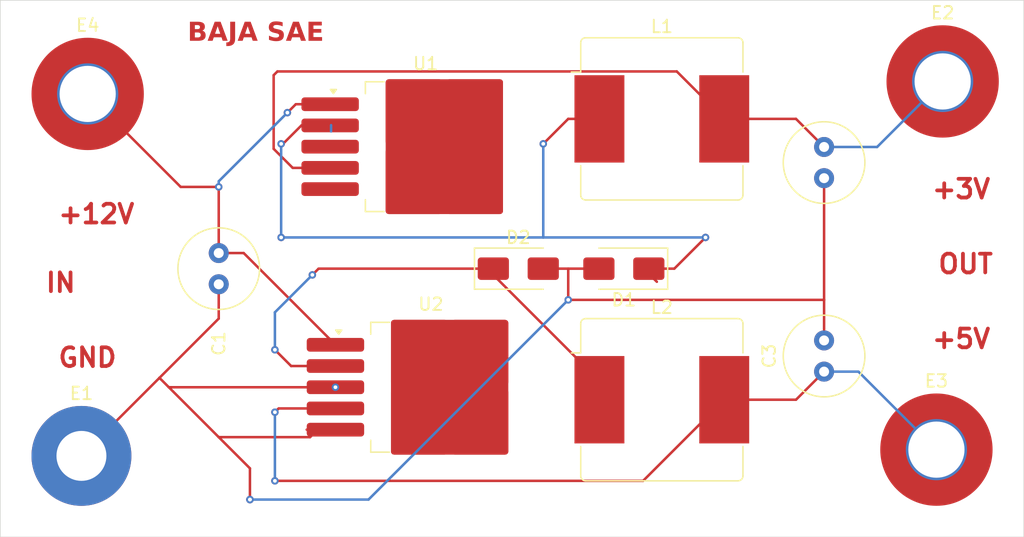
<source format=kicad_pcb>
(kicad_pcb (version 20240108) (generator "pcbnew") (generator_version "8.0")
  (layers (0 "F.Cu" signal) (31 "B.Cu" signal) (34 "B.Paste" user) (35 "F.Paste" user) (36 "B.SilkS" user "B.Silkscreen") (37 "F.SilkS" user "F.Silkscreen") (38 "B.Mask" user) (39 "F.Mask" user) (44 "Edge.Cuts" user))
  (net 0 "")
  (net 1 "GND")
  (net 2 "Net-(U1-VIN)")
  (net 3 "Net-(U1-FB)")
  (net 4 "<NO NET>")
  (net 5 "Net-(U2-FB)")
  (net 6 "Net-(D1-K)")
  (net 7 "Net-(D2-K)")
  (footprint "Package_TO_SOT_SMD:TO-263-5_TabPin3" (layer "F.Cu") (at 117 100.5)
    (property "Reference" "U2" (at 0 -6.65 0) (layer "F.SilkS"))
    (property "Value" "LM2596S-5")
    (fp_line (start -4.825 -5.2) (end -4.825 -4.25) (stroke (width 0.12)) (layer "F.SilkS"))
    (fp_line (start -4.825 5.2) (end -4.825 4.25) (stroke (width 0.12)) (layer "F.SilkS"))
    (fp_line (start -3.325 -5.2) (end -4.825 -5.2) (stroke (width 0.12)) (layer "F.SilkS"))
    (fp_line (start -3.325 5.2) (end -4.825 5.2) (stroke (width 0.12)) (layer "F.SilkS"))
    (fp_poly (pts (xy -7.3875 -4.25) (xy -7.6275 -4.58) (xy -7.1475 -4.58) (xy -7.3875 -4.25)) (stroke (width 0.12)) (fill solid) (layer "F.SilkS"))
    (pad "1" smd roundrect (at -7.65 -3.4) (size 4.6 1.1) (layers "F.Cu" "F.Paste" "F.Mask") (roundrect_rratio 0.227273) (net 2 "Net-(U1-VIN)"))
    (pad "2" smd roundrect (at -7.65 -1.7) (size 4.6 1.1) (layers "F.Cu" "F.Paste" "F.Mask") (roundrect_rratio 0.227273) (net 7 "Net-(D2-K)"))
    (pad "3" smd roundrect (at -7.65 0) (size 4.6 1.1) (layers "F.Cu" "F.Paste" "F.Mask") (roundrect_rratio 0.227273) (net 1 "GND"))
    (pad "3" smd roundrect (at -0.925 -2.775) (size 4.55 5.25) (layers "F.Cu" "F.Paste") (roundrect_rratio 0.054945) (net 4 "<NO NET>"))
    (pad "3" smd roundrect (at -0.925 2.775) (size 4.55 5.25) (layers "F.Cu" "F.Paste") (roundrect_rratio 0.054945) (net 4 "<NO NET>"))
    (pad "3" smd roundrect (at 1.5 0) (size 9.4 10.8) (layers "F.Cu" "F.Mask") (roundrect_rratio 0.026596) (net 4 "<NO NET>"))
    (pad "3" smd roundrect (at 3.925 -2.775) (size 4.55 5.25) (layers "F.Cu" "F.Paste") (roundrect_rratio 0.054945) (net 4 "<NO NET>"))
    (pad "3" smd roundrect (at 3.925 2.775) (size 4.55 5.25) (layers "F.Cu" "F.Paste") (roundrect_rratio 0.054945) (net 4 "<NO NET>"))
    (pad "4" smd roundrect (at -7.65 1.7) (size 4.6 1.1) (layers "F.Cu" "F.Paste" "F.Mask") (roundrect_rratio 0.227273) (net 5 "Net-(U2-FB)"))
    (pad "5" smd roundrect (at -7.65 3.4) (size 4.6 1.1) (layers "F.Cu" "F.Paste" "F.Mask") (roundrect_rratio 0.227273) (net 1 "GND"))
  )
  (footprint "Capacitor_THT:C_Radial_D6.3mm_H5.0mm_P2.50mm" (layer "F.Cu") (at 100 89.75 -90)
    (property "Reference" "C1" (at 7.25 0 90) (layer "F.SilkS"))
    (property "Value" "100 uF")
    (fp_circle (center 1.25 0) (end 4.52 0) (stroke (width 0.12)) (fill none) (layer "F.SilkS"))
    (pad "1" thru_hole circle (at 0 0 270) (size 1.6 1.6) (drill 0.8) (layers "*.Cu" "*.Mask") (net 2 "Net-(U1-VIN)"))
    (pad "2" thru_hole circle (at 2.5 0 270) (size 1.6 1.6) (drill 0.8) (layers "*.Cu" "*.Mask") (net 1 "GND"))
  )
  (footprint "Diode_SMD:D_SMA" (layer "F.Cu") (at 124 91)
    (property "Reference" "D2" (at 0 -2.5 0) (layer "F.SilkS"))
    (property "Value" "SS14")
    (fp_line (start -3.51 -1.65) (end -3.51 1.65) (stroke (width 0.12)) (layer "F.SilkS"))
    (fp_line (start -3.51 -1.65) (end 2 -1.65) (stroke (width 0.12)) (layer "F.SilkS"))
    (fp_line (start -3.51 1.65) (end 2 1.65) (stroke (width 0.12)) (layer "F.SilkS"))
    (pad "1" smd roundrect (at -2 0) (size 2.5 1.8) (layers "F.Cu" "F.Paste" "F.Mask") (roundrect_rratio 0.1388888889) (net 7 "Net-(D2-K)"))
    (pad "2" smd roundrect (at 2 0) (size 2.5 1.8) (layers "F.Cu" "F.Paste" "F.Mask") (roundrect_rratio 0.1388888889) (net 1 "GND"))
  )
  (footprint "MountingHole:MountingHole_4.5mm_Pad_TopOnly" (layer "F.Cu") (at 89.5 77)
    (property "Reference" "E4" (at 0 -5.5 0) (layer "F.SilkS"))
    (property "Value" "+12V")
    (pad "1" thru_hole circle (at 0 0) (size 4.9 4.9) (drill 4.5) (layers "*.Cu" "*.Mask") (net 2 "Net-(U1-VIN)"))
    (pad "1" connect circle (at 0 0) (size 9 9) (layers "F.Cu" "F.Mask") (net 2 "Net-(U1-VIN)"))
  )
  (footprint "MountingHole:MountingHole_4.5mm_Pad_TopOnly" (layer "F.Cu") (at 157.5 105.5)
    (property "Reference" "E3" (at 0 -5.5 0) (layer "F.SilkS"))
    (property "Value" "+5V")
    (pad "1" thru_hole circle (at 0 0) (size 4.9 4.9) (drill 4.5) (layers "*.Cu" "*.Mask") (net 5 "Net-(U2-FB)"))
    (pad "1" connect circle (at 0 0) (size 9 9) (layers "F.Cu" "F.Mask") (net 5 "Net-(U2-FB)"))
  )
  (footprint "MountingHole:MountingHole_4mm_Pad_TopBottom" (layer "F.Cu") (at 89 106)
    (property "Reference" "E1" (at 0 -5 0) (layer "F.SilkS"))
    (property "Value" "GND")
    (pad "1" thru_hole circle (at 0 0) (size 4.4 4.4) (drill 4) (layers "*.Cu" "*.Mask") (net 1 "GND"))
    (pad "1" connect circle (at 0 0) (size 8 8) (layers "F.Cu" "F.Mask") (net 1 "GND"))
    (pad "1" connect circle (at 0 0) (size 8 8) (layers "B.Cu" "B.Mask") (net 1 "GND"))
  )
  (footprint "Inductor_SMD:L_Bourns_SRR1208_12.7x12.7mm" (layer "F.Cu") (at 135.5 101.5)
    (property "Reference" "L2" (at 0 -7.4 0) (layer "F.SilkS"))
    (property "Value" "100 uH")
    (fp_line (start -6.5 -6.1) (end -6.5 -3.75) (stroke (width 0.12)) (layer "F.SilkS"))
    (fp_line (start -6.5 -3.75) (end -7.25 -3.75) (stroke (width 0.12)) (layer "F.SilkS"))
    (fp_line (start -6.5 3.75) (end -6.5 6.1) (stroke (width 0.12)) (layer "F.SilkS"))
    (fp_line (start -6.1 -6.5) (end 6.1 -6.5) (stroke (width 0.12)) (layer "F.SilkS"))
    (fp_line (start 6.1 6.5) (end -6.1 6.5) (stroke (width 0.12)) (layer "F.SilkS"))
    (fp_line (start 6.5 -6.1) (end 6.5 -3.75) (stroke (width 0.12)) (layer "F.SilkS"))
    (fp_line (start 6.5 3.75) (end 6.5 6.1) (stroke (width 0.12)) (layer "F.SilkS"))
    (fp_arc (start -6.5 -6.1) (mid -6.382843 -6.382843) (end -6.1 -6.5) (stroke (width 0.12)) (layer "F.SilkS"))
    (fp_arc (start -6.1 6.5) (mid -6.382843 6.382843) (end -6.5 6.1) (stroke (width 0.12)) (layer "F.SilkS"))
    (fp_arc (start 6.1 -6.5) (mid 6.382843 -6.382843) (end 6.5 -6.1) (stroke (width 0.12)) (layer "F.SilkS"))
    (fp_arc (start 6.5 6.1) (mid 6.382843 6.382843) (end 6.1 6.5) (stroke (width 0.12)) (layer "F.SilkS"))
    (pad "1" smd rect (at -5 0) (size 4 7) (layers "F.Cu" "F.Paste" "F.Mask") (net 7 "Net-(D2-K)"))
    (pad "2" smd rect (at 5 0) (size 4 7) (layers "F.Cu" "F.Paste" "F.Mask") (net 5 "Net-(U2-FB)"))
  )
  (footprint "Capacitor_THT:C_Radial_D6.3mm_H5.0mm_P2.50mm" (layer "F.Cu") (at 148.5 99.25 90)
    (property "Reference" "C3" (at 1.25 -4.4 90) (layer "F.SilkS"))
    (property "Value" "220 uF")
    (fp_circle (center 1.25 0) (end 4.52 0) (stroke (width 0.12)) (fill none) (layer "F.SilkS"))
    (pad "1" thru_hole circle (at 0 0 90) (size 1.6 1.6) (drill 0.8) (layers "*.Cu" "*.Mask") (net 5 "Net-(U2-FB)"))
    (pad "2" thru_hole circle (at 2.5 0 90) (size 1.6 1.6) (drill 0.8) (layers "*.Cu" "*.Mask") (net 1 "GND"))
  )
  (footprint "Inductor_SMD:L_Bourns_SRR1208_12.7x12.7mm" (layer "F.Cu") (at 135.5 79)
    (property "Reference" "L1" (at 0 -7.4 0) (layer "F.SilkS"))
    (property "Value" "33 uH")
    (fp_line (start -6.5 -6.1) (end -6.5 -3.75) (stroke (width 0.12)) (layer "F.SilkS"))
    (fp_line (start -6.5 -3.75) (end -7.25 -3.75) (stroke (width 0.12)) (layer "F.SilkS"))
    (fp_line (start -6.5 3.75) (end -6.5 6.1) (stroke (width 0.12)) (layer "F.SilkS"))
    (fp_line (start -6.1 -6.5) (end 6.1 -6.5) (stroke (width 0.12)) (layer "F.SilkS"))
    (fp_line (start 6.1 6.5) (end -6.1 6.5) (stroke (width 0.12)) (layer "F.SilkS"))
    (fp_line (start 6.5 -6.1) (end 6.5 -3.75) (stroke (width 0.12)) (layer "F.SilkS"))
    (fp_line (start 6.5 3.75) (end 6.5 6.1) (stroke (width 0.12)) (layer "F.SilkS"))
    (fp_arc (start -6.5 -6.1) (mid -6.382843 -6.382843) (end -6.1 -6.5) (stroke (width 0.12)) (layer "F.SilkS"))
    (fp_arc (start -6.1 6.5) (mid -6.382843 6.382843) (end -6.5 6.1) (stroke (width 0.12)) (layer "F.SilkS"))
    (fp_arc (start 6.1 -6.5) (mid 6.382843 -6.382843) (end 6.5 -6.1) (stroke (width 0.12)) (layer "F.SilkS"))
    (fp_arc (start 6.5 6.1) (mid 6.382843 6.382843) (end 6.1 6.5) (stroke (width 0.12)) (layer "F.SilkS"))
    (pad "1" smd rect (at -5 0) (size 4 7) (layers "F.Cu" "F.Paste" "F.Mask") (net 6 "Net-(D1-K)"))
    (pad "2" smd rect (at 5 0) (size 4 7) (layers "F.Cu" "F.Paste" "F.Mask") (net 3 "Net-(U1-FB)"))
  )
  (footprint "Package_TO_SOT_SMD:TO-263-5_TabPin3" (layer "F.Cu") (at 116.575 81.225)
    (property "Reference" "U1" (at 0 -6.65 0) (layer "F.SilkS"))
    (property "Value" "LM2596S-3.3")
    (fp_line (start -4.825 -5.2) (end -4.825 -4.25) (stroke (width 0.12)) (layer "F.SilkS"))
    (fp_line (start -4.825 5.2) (end -4.825 4.25) (stroke (width 0.12)) (layer "F.SilkS"))
    (fp_line (start -3.325 -5.2) (end -4.825 -5.2) (stroke (width 0.12)) (layer "F.SilkS"))
    (fp_line (start -3.325 5.2) (end -4.825 5.2) (stroke (width 0.12)) (layer "F.SilkS"))
    (fp_poly (pts (xy -7.3875 -4.25) (xy -7.6275 -4.58) (xy -7.1475 -4.58) (xy -7.3875 -4.25)) (stroke (width 0.12)) (fill solid) (layer "F.SilkS"))
    (pad "1" smd roundrect (at -7.65 -3.4) (size 4.6 1.1) (layers "F.Cu" "F.Paste" "F.Mask") (roundrect_rratio 0.227273) (net 2 "Net-(U1-VIN)"))
    (pad "2" smd roundrect (at -7.65 -1.7) (size 4.6 1.1) (layers "F.Cu" "F.Paste" "F.Mask") (roundrect_rratio 0.227273) (net 6 "Net-(D1-K)"))
    (pad "3" smd roundrect (at -7.65 0) (size 4.6 1.1) (layers "F.Cu" "F.Paste" "F.Mask") (roundrect_rratio 0.227273) (net 1 "GND"))
    (pad "3" smd roundrect (at -0.925 -2.775) (size 4.55 5.25) (layers "F.Cu" "F.Paste") (roundrect_rratio 0.054945) (net 4 "<NO NET>"))
    (pad "3" smd roundrect (at -0.925 2.775) (size 4.55 5.25) (layers "F.Cu" "F.Paste") (roundrect_rratio 0.054945) (net 4 "<NO NET>"))
    (pad "3" smd roundrect (at 1.5 0) (size 9.4 10.8) (layers "F.Cu" "F.Mask") (roundrect_rratio 0.026596) (net 1 "GND"))
    (pad "3" smd roundrect (at 3.925 -2.775) (size 4.55 5.25) (layers "F.Cu" "F.Paste") (roundrect_rratio 0.054945) (net 4 "<NO NET>"))
    (pad "3" smd roundrect (at 3.925 2.775) (size 4.55 5.25) (layers "F.Cu" "F.Paste") (roundrect_rratio 0.054945) (net 4 "<NO NET>"))
    (pad "4" smd roundrect (at -7.65 1.7) (size 4.6 1.1) (layers "F.Cu" "F.Paste" "F.Mask") (roundrect_rratio 0.227273) (net 3 "Net-(U1-FB)"))
    (pad "5" smd roundrect (at -7.65 3.4) (size 4.6 1.1) (layers "F.Cu" "F.Paste" "F.Mask") (roundrect_rratio 0.227273) (net 1 "GND"))
  )
  (footprint "MountingHole:MountingHole_4.5mm_Pad_TopOnly" (layer "F.Cu") (at 158 76)
    (property "Reference" "E2" (at 0 -5.5 0) (layer "F.SilkS"))
    (property "Value" "+5V")
    (pad "1" thru_hole circle (at 0 0) (size 4.9 4.9) (drill 4.5) (layers "*.Cu" "*.Mask") (net 3 "Net-(U1-FB)"))
    (pad "1" connect circle (at 0 0) (size 9 9) (layers "F.Cu" "F.Mask") (net 3 "Net-(U1-FB)"))
  )
  (footprint "Diode_SMD:D_SMA" (layer "F.Cu") (at 132.4575 91 180)
    (property "Reference" "D1" (at 0 -2.5 0) (layer "F.SilkS"))
    (property "Value" "SS14")
    (fp_line (start -3.51 1.65) (end 2 1.65) (stroke (width 0.12)) (layer "F.SilkS"))
    (fp_line (start -3.51 -1.65) (end 2 -1.65) (stroke (width 0.12)) (layer "F.SilkS"))
    (fp_line (start -3.51 -1.65) (end -3.51 1.65) (stroke (width 0.12)) (layer "F.SilkS"))
    (pad "1" smd roundrect (at -2 0 180) (size 2.5 1.8) (layers "F.Cu" "F.Paste" "F.Mask") (roundrect_rratio 0.1388888889) (net 6 "Net-(D1-K)"))
    (pad "2" smd roundrect (at 2 0 180) (size 2.5 1.8) (layers "F.Cu" "F.Paste" "F.Mask") (roundrect_rratio 0.1388888889) (net 1 "GND"))
  )
  (footprint "Capacitor_THT:C_Radial_D6.3mm_H5.0mm_P2.50mm" (layer "F.Cu") (at 148.5 81.25 -90)
    (property "Reference" "C2" (hide yes))
    (property "Value" "330 uF")
    (fp_circle (center 1.25 0) (end 4.52 0) (stroke (width 0.12)) (fill none) (layer "F.SilkS"))
    (pad "1" thru_hole circle (at 0 0 270) (size 1.6 1.6) (drill 0.8) (layers "*.Cu" "*.Mask") (net 3 "Net-(U1-FB)"))
    (pad "2" thru_hole circle (at 2.5 0 270) (size 1.6 1.6) (drill 0.8) (layers "*.Cu" "*.Mask") (net 1 "GND"))
  )
  (gr_rect (start 82.5 69.5) (end 164.5 112.5) (stroke (width 0.05)) (fill none) (layer "Edge.Cuts"))
  (gr_text "OUT" (at 157.5 91.5 0) (layer "F.Cu") (effects (font (size 1.5 1.5) (thickness 0.3) (bold yes)) (justify left bottom)))
  (gr_text "+5V" (at 157 97.5 0) (layer "F.Cu") (effects (font (size 1.5 1.5) (thickness 0.3) (bold yes)) (justify left bottom)))
  (gr_text "+3V" (at 157 85.5 0) (layer "F.Cu") (effects (font (size 1.5 1.5) (thickness 0.3) (bold yes)) (justify left bottom)))
  (gr_text "BAJA SAE" (at 97.5 73 0) (layer "F.Cu") (effects (font (size 1.5 1.5) (thickness 0.3) (bold yes)) (justify left bottom)))
  (gr_text "+12V" (at 87 87.5 0) (layer "F.Cu") (effects (font (size 1.5 1.5) (thickness 0.3) (bold yes)) (justify left bottom)))
  (gr_text "GND" (at 87 99 0) (layer "F.Cu") (effects (font (size 1.5 1.5) (thickness 0.3) (bold yes)) (justify left bottom)))
  (gr_text "IN" (at 86 93 0) (layer "F.Cu") (effects (font (size 1.5 1.5) (thickness 0.3) (bold yes)) (justify left bottom)))
  (segment (start 96 100.5) (end 95.25 99.75) (width 0.2) (layer "F.Cu") (net 1))
  (segment (start 107.05 103.9) (end 109.35 103.9) (width 0.2) (layer "F.Cu") (net 1))
  (segment (start 148.5 93.5) (end 148.5 83.75) (width 0.2) (layer "F.Cu") (net 1))
  (segment (start 109.35 103.9) (end 107.915256 103.9) (width 0.2) (layer "F.Cu") (net 1))
  (segment (start 89 106) (end 95.25 99.75) (width 0.2) (layer "F.Cu") (net 1))
  (segment (start 110.784744 100.5) (end 109.35 100.5) (width 0.2) (layer "F.Cu") (net 1))
  (segment (start 107.915256 103.9) (end 107.315256 104.5) (width 0.2) (layer "F.Cu") (net 1))
  (segment (start 100 104.5) (end 96 100.5) (width 0.2) (layer "F.Cu") (net 1))
  (segment (start 148.5 96.75) (end 148.5 93.5) (width 0.2) (layer "F.Cu") (net 1))
  (segment (start 109.35 100.5) (end 96 100.5) (width 0.2) (layer "F.Cu") (net 1))
  (segment (start 100 95) (end 100 92.25) (width 0.2) (layer "F.Cu") (net 1))
  (segment (start 128 93.5) (end 128 91) (width 0.2) (layer "F.Cu") (net 1))
  (segment (start 128 91) (end 130.4575 91) (width 0.2) (layer "F.Cu") (net 1))
  (segment (start 100 104.5) (end 102.5 107) (width 0.2) (layer "F.Cu") (net 1))
  (segment (start 107.315256 104.5) (end 100 104.5) (width 0.2) (layer "F.Cu") (net 1))
  (segment (start 102.5 107) (end 102.5 109.5) (width 0.2) (layer "F.Cu") (net 1))
  (segment (start 148.5 93.5) (end 128 93.5) (width 0.2) (layer "F.Cu") (net 1))
  (segment (start 126 91) (end 128 91) (width 0.2) (layer "F.Cu") (net 1))
  (segment (start 95.25 99.75) (end 100 95) (width 0.2) (layer "F.Cu") (net 1))
  (via (at 102.5 109.5) (size 0.6) (drill 0.3) (layers "F.Cu" "B.Cu") (net 1))
  (via (at 102.5 109.5) (size 0.6) (drill 0.3) (layers "F.Cu" "B.Cu") (net 1))
  (via (at 109.35 100.5) (size 0.6) (drill 0.3) (layers "F.Cu" "B.Cu") (net 1))
  (via (at 128 93.5) (size 0.6) (drill 0.3) (layers "F.Cu" "B.Cu") (net 1))
  (segment (start 112 109.5) (end 102.5 109.5) (width 0.2) (layer "B.Cu") (net 1))
  (segment (start 128 93.5) (end 112 109.5) (width 0.2) (layer "B.Cu") (net 1))
  (segment (start 100 87.5) (end 100 84.45) (width 0.2) (layer "F.Cu") (net 2))
  (segment (start 106.175 77.825) (end 105.5 78.5) (width 0.2) (layer "F.Cu") (net 2))
  (segment (start 96.95 84.45) (end 100 84.45) (width 0.2) (layer "F.Cu") (net 2))
  (segment (start 89.5 77) (end 96.95 84.45) (width 0.2) (layer "F.Cu") (net 2))
  (segment (start 102 89.75) (end 109.35 97.1) (width 0.2) (layer "F.Cu") (net 2))
  (segment (start 100 89.75) (end 102 89.75) (width 0.2) (layer "F.Cu") (net 2))
  (segment (start 100 87.5) (end 100 89.75) (width 0.2) (layer "F.Cu") (net 2))
  (segment (start 108.925 77.825) (end 106.175 77.825) (width 0.2) (layer "F.Cu") (net 2))
  (via (at 100 84.45) (size 0.6) (drill 0.3) (layers "F.Cu" "B.Cu") (net 2))
  (via (at 105.5 78.5) (size 0.6) (drill 0.3) (layers "F.Cu" "B.Cu") (net 2))
  (segment (start 105.5 78.5) (end 100 84) (width 0.2) (layer "B.Cu") (net 2))
  (segment (start 100 84) (end 100 84.45) (width 0.2) (layer "B.Cu") (net 2))
  (segment (start 140.5 79) (end 136.7 75.2) (width 0.2) (layer "F.Cu") (net 3))
  (segment (start 105.925 82.925) (end 108.925 82.925) (width 0.2) (layer "F.Cu") (net 3))
  (segment (start 136.7 75.2) (end 104.7 75.2) (width 0.2) (layer "F.Cu") (net 3))
  (segment (start 139.4 79.9) (end 140 80.5) (width 0.2) (layer "F.Cu") (net 3))
  (segment (start 140.5 79) (end 146.25 79) (width 0.2) (layer "F.Cu") (net 3))
  (segment (start 146.25 79) (end 148.5 81.25) (width 0.2) (layer "F.Cu") (net 3))
  (segment (start 104.4 81.4) (end 105.925 82.925) (width 0.2) (layer "F.Cu") (net 3))
  (segment (start 104.7 75.2) (end 104.4 75.5) (width 0.2) (layer "F.Cu") (net 3))
  (segment (start 104.4 75.5) (end 104.4 81.4) (width 0.2) (layer "F.Cu") (net 3))
  (segment (start 148.5 81.25) (end 152.75 81.25) (width 0.2) (layer "B.Cu") (net 3))
  (segment (start 152.75 81.25) (end 158 76) (width 0.2) (layer "B.Cu") (net 3))
  (segment (start 134 108) (end 104.5 108) (width 0.2) (layer "F.Cu") (net 5))
  (segment (start 140.5 101.5) (end 146.25 101.5) (width 0.2) (layer "F.Cu") (net 5))
  (segment (start 104.5 102.5) (end 104.8 102.2) (width 0.2) (layer "F.Cu") (net 5))
  (segment (start 104.8 102.2) (end 109.35 102.2) (width 0.2) (layer "F.Cu") (net 5))
  (segment (start 140.5 101.5) (end 134 108) (width 0.2) (layer "F.Cu") (net 5))
  (segment (start 146.25 101.5) (end 148.5 99.25) (width 0.2) (layer "F.Cu") (net 5))
  (via (at 104.5 108) (size 0.6) (drill 0.3) (layers "F.Cu" "B.Cu") (net 5))
  (via (at 104.5 102.5) (size 0.6) (drill 0.3) (layers "F.Cu" "B.Cu") (net 5))
  (segment (start 104.5 108) (end 104.5 102.5) (width 0.2) (layer "B.Cu") (net 5))
  (segment (start 151.25 99.25) (end 148.5 99.25) (width 0.2) (layer "B.Cu") (net 5))
  (segment (start 157.5 105.5) (end 151.25 99.25) (width 0.2) (layer "B.Cu") (net 5))
  (segment (start 136.5 91) (end 134.4575 91) (width 0.2) (layer "F.Cu") (net 6))
  (segment (start 134.42587 91.37567) (end 135.10087 92.05067) (width 0.2) (layer "F.Cu") (net 6))
  (segment (start 108.925 79.525) (end 106.625 79.525) (width 0.2) (layer "F.Cu") (net 6))
  (segment (start 128 79) (end 126 81) (width 0.2) (layer "F.Cu") (net 6))
  (segment (start 105 81.15) (end 105 81) (width 0.2) (layer "F.Cu") (net 6))
  (segment (start 106.625 79.525) (end 105 81.15) (width 0.2) (layer "F.Cu") (net 6))
  (segment (start 139 88.5) (end 136.5 91) (width 0.2) (layer "F.Cu") (net 6))
  (segment (start 130.5 79) (end 128 79) (width 0.2) (layer "F.Cu") (net 6))
  (via (at 139 88.5) (size 0.6) (drill 0.3) (layers "F.Cu" "B.Cu") (net 6))
  (via (at 105 81) (size 0.6) (drill 0.3) (layers "F.Cu" "B.Cu") (net 6))
  (via (at 126 81) (size 0.6) (drill 0.3) (layers "F.Cu" "B.Cu") (net 6))
  (via (at 105 88.5) (size 0.6) (drill 0.3) (layers "F.Cu" "B.Cu") (net 6))
  (segment (start 126 81) (end 126 88.5) (width 0.2) (layer "B.Cu") (net 6))
  (segment (start 109 80) (end 109 79.5) (width 0.2) (layer "B.Cu") (net 6))
  (segment (start 126 88.5) (end 139 88.5) (width 0.2) (layer "B.Cu") (net 6))
  (segment (start 105 81) (end 105 88.5) (width 0.2) (layer "B.Cu") (net 6))
  (segment (start 105 88.5) (end 126 88.5) (width 0.2) (layer "B.Cu") (net 6))
  (segment (start 105.8 98.8) (end 104.5 97.5) (width 0.2) (layer "F.Cu") (net 7))
  (segment (start 107.5 91.5) (end 108 91) (width 0.2) (layer "F.Cu") (net 7))
  (segment (start 108 91) (end 122 91) (width 0.2) (layer "F.Cu") (net 7))
  (segment (start 130.5 100) (end 130.5 101.5) (width 0.2) (layer "F.Cu") (net 7))
  (segment (start 122 91.5) (end 130.5 100) (width 0.2) (layer "F.Cu") (net 7))
  (segment (start 109.35 98.8) (end 105.8 98.8) (width 0.2) (layer "F.Cu") (net 7))
  (segment (start 122 91) (end 122 91.5) (width 0.2) (layer "F.Cu") (net 7))
  (via (at 107.5 91.5) (size 0.6) (drill 0.3) (layers "F.Cu" "B.Cu") (net 7))
  (via (at 104.5 97.5) (size 0.6) (drill 0.3) (layers "F.Cu" "B.Cu") (net 7))
  (segment (start 104.5 97.5) (end 104.5 94.5) (width 0.2) (layer "B.Cu") (net 7))
  (segment (start 104.5 94.5) (end 107.5 91.5) (width 0.2) (layer "B.Cu") (net 7))
)
</source>
